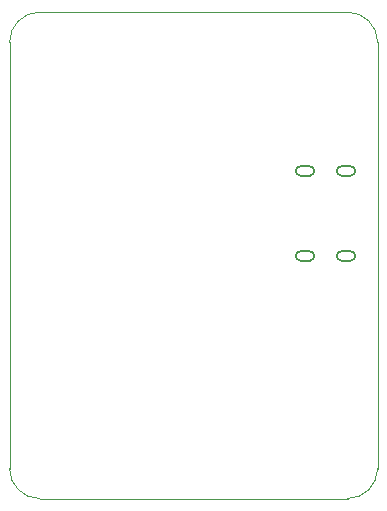
<source format=gm1>
G04 #@! TF.GenerationSoftware,KiCad,Pcbnew,5.1.1*
G04 #@! TF.CreationDate,2019-05-05T16:22:27-07:00*
G04 #@! TF.ProjectId,pmod-usb-analyser-openvizla,706d6f64-2d75-4736-922d-616e616c7973,rev?*
G04 #@! TF.SameCoordinates,PX26449c8PY4c8cf18*
G04 #@! TF.FileFunction,Profile,NP*
%FSLAX46Y46*%
G04 Gerber Fmt 4.6, Leading zero omitted, Abs format (unit mm)*
G04 Created by KiCad (PCBNEW 5.1.1) date 2019-05-05 16:22:27*
%MOMM*%
%LPD*%
G04 APERTURE LIST*
%ADD10C,0.050000*%
%ADD11C,0.200000*%
G04 APERTURE END LIST*
D10*
X31138080Y2529080D02*
G75*
G02X28598080Y-10920I-2540000J0D01*
G01*
X31137080Y2529080D02*
X31137080Y38629080D01*
X31138080Y38629080D02*
G75*
G03X28598080Y41169080I-2540000J0D01*
G01*
X2513080Y-10920D02*
X28598080Y-10920D01*
X2513080Y41169080D02*
X28598080Y41169080D01*
X-26920Y38629080D02*
X-26920Y2529080D01*
X-26920Y38629080D02*
G75*
G02X2513080Y41169080I2540000J0D01*
G01*
X2513080Y-10920D02*
G75*
G02X-26920Y2529080I0J2540000D01*
G01*
D11*
X28082080Y20135080D02*
X28842080Y20135080D01*
X24612080Y20935080D02*
G75*
G03X24612080Y20135080I0J-400000D01*
G01*
X24612080Y20135080D02*
X25372080Y20135080D01*
X24612080Y20935080D02*
X25372080Y20935080D01*
X25372080Y20935080D02*
G75*
G02X25372080Y20135080I0J-400000D01*
G01*
X28082080Y20935080D02*
G75*
G03X28082080Y20135080I0J-400000D01*
G01*
X28842080Y20935080D02*
G75*
G02X28842080Y20135080I0J-400000D01*
G01*
X28082080Y20935080D02*
X28842080Y20935080D01*
X28082080Y28135080D02*
G75*
G03X28082080Y27335080I0J-400000D01*
G01*
X28082080Y27335080D02*
X28842080Y27335080D01*
X28082080Y28135080D02*
X28842080Y28135080D01*
X28842080Y28135080D02*
G75*
G02X28842080Y27335080I0J-400000D01*
G01*
X24612080Y28135080D02*
X25372080Y28135080D01*
X24612080Y27335080D02*
X25372080Y27335080D01*
X25372080Y28135080D02*
G75*
G02X25372080Y27335080I0J-400000D01*
G01*
X24612080Y28135080D02*
G75*
G03X24612080Y27335080I0J-400000D01*
G01*
M02*

</source>
